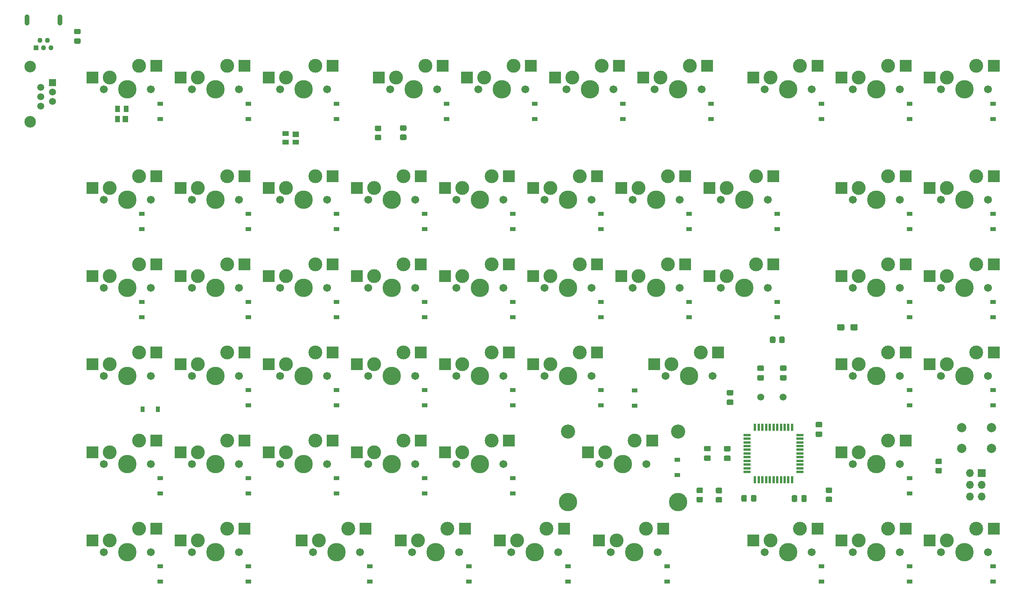
<source format=gbs>
G04 #@! TF.GenerationSoftware,KiCad,Pcbnew,5.1.12-1.fc34*
G04 #@! TF.CreationDate,2021-12-19T18:48:49+02:00*
G04 #@! TF.ProjectId,slash_right,736c6173-685f-4726-9967-68742e6b6963,rev?*
G04 #@! TF.SameCoordinates,Original*
G04 #@! TF.FileFunction,Soldermask,Bot*
G04 #@! TF.FilePolarity,Negative*
%FSLAX46Y46*%
G04 Gerber Fmt 4.6, Leading zero omitted, Abs format (unit mm)*
G04 Created by KiCad (PCBNEW 5.1.12-1.fc34) date 2021-12-19 18:48:49*
%MOMM*%
%LPD*%
G01*
G04 APERTURE LIST*
%ADD10R,2.550000X2.500000*%
%ADD11C,1.701800*%
%ADD12C,3.987800*%
%ADD13C,3.000000*%
%ADD14C,3.048000*%
%ADD15C,1.500000*%
%ADD16R,0.550000X1.500000*%
%ADD17R,1.500000X0.550000*%
%ADD18C,2.000000*%
%ADD19O,1.100000X2.400000*%
%ADD20C,1.100000*%
%ADD21R,1.100000X1.100000*%
%ADD22O,1.700000X1.700000*%
%ADD23R,1.700000X1.700000*%
%ADD24R,1.520000X1.520000*%
%ADD25C,2.500000*%
%ADD26C,1.520000*%
%ADD27R,1.200000X0.900000*%
%ADD28R,0.900000X1.200000*%
%ADD29R,1.400000X1.000000*%
%ADD30R,1.400000X1.200000*%
%ADD31R,1.000000X1.400000*%
%ADD32R,1.200000X1.400000*%
G04 APERTURE END LIST*
D10*
X101593750Y-142722500D03*
D11*
X104073750Y-145262500D03*
X114233750Y-145262500D03*
D12*
X109153750Y-145262500D03*
D13*
X105343750Y-142722500D03*
X111693750Y-140182500D03*
D10*
X115443750Y-140182500D03*
D14*
X159166250Y-119227500D03*
X182966250Y-119227500D03*
D12*
X159166250Y-134467500D03*
X182966250Y-134467500D03*
G36*
G01*
X194675000Y-111400000D02*
X193725000Y-111400000D01*
G75*
G02*
X193475000Y-111150000I0J250000D01*
G01*
X193475000Y-110475000D01*
G75*
G02*
X193725000Y-110225000I250000J0D01*
G01*
X194675000Y-110225000D01*
G75*
G02*
X194925000Y-110475000I0J-250000D01*
G01*
X194925000Y-111150000D01*
G75*
G02*
X194675000Y-111400000I-250000J0D01*
G01*
G37*
G36*
G01*
X194675000Y-113475000D02*
X193725000Y-113475000D01*
G75*
G02*
X193475000Y-113225000I0J250000D01*
G01*
X193475000Y-112550000D01*
G75*
G02*
X193725000Y-112300000I250000J0D01*
G01*
X194675000Y-112300000D01*
G75*
G02*
X194925000Y-112550000I0J-250000D01*
G01*
X194925000Y-113225000D01*
G75*
G02*
X194675000Y-113475000I-250000J0D01*
G01*
G37*
G36*
G01*
X200325000Y-107012500D02*
X201275000Y-107012500D01*
G75*
G02*
X201525000Y-107262500I0J-250000D01*
G01*
X201525000Y-107937500D01*
G75*
G02*
X201275000Y-108187500I-250000J0D01*
G01*
X200325000Y-108187500D01*
G75*
G02*
X200075000Y-107937500I0J250000D01*
G01*
X200075000Y-107262500D01*
G75*
G02*
X200325000Y-107012500I250000J0D01*
G01*
G37*
G36*
G01*
X200325000Y-104937500D02*
X201275000Y-104937500D01*
G75*
G02*
X201525000Y-105187500I0J-250000D01*
G01*
X201525000Y-105862500D01*
G75*
G02*
X201275000Y-106112500I-250000J0D01*
G01*
X200325000Y-106112500D01*
G75*
G02*
X200075000Y-105862500I0J250000D01*
G01*
X200075000Y-105187500D01*
G75*
G02*
X200325000Y-104937500I250000J0D01*
G01*
G37*
D15*
X200800000Y-111750000D03*
X205680000Y-111750000D03*
D16*
X199600000Y-129650000D03*
X200400000Y-129650000D03*
X201200000Y-129650000D03*
X202000000Y-129650000D03*
X202800000Y-129650000D03*
X203600000Y-129650000D03*
X204400000Y-129650000D03*
X205200000Y-129650000D03*
X206000000Y-129650000D03*
X206800000Y-129650000D03*
X207600000Y-129650000D03*
D17*
X209300000Y-127950000D03*
X209300000Y-127150000D03*
X209300000Y-126350000D03*
X209300000Y-125550000D03*
X209300000Y-124750000D03*
X209300000Y-123950000D03*
X209300000Y-123150000D03*
X209300000Y-122350000D03*
X209300000Y-121550000D03*
X209300000Y-120750000D03*
X209300000Y-119950000D03*
D16*
X207600000Y-118250000D03*
X206800000Y-118250000D03*
X206000000Y-118250000D03*
X205200000Y-118250000D03*
X204400000Y-118250000D03*
X203600000Y-118250000D03*
X202800000Y-118250000D03*
X202000000Y-118250000D03*
X201200000Y-118250000D03*
X200400000Y-118250000D03*
X199600000Y-118250000D03*
D17*
X197900000Y-119950000D03*
X197900000Y-120750000D03*
X197900000Y-121550000D03*
X197900000Y-122350000D03*
X197900000Y-123150000D03*
X197900000Y-123950000D03*
X197900000Y-124750000D03*
X197900000Y-125550000D03*
X197900000Y-126350000D03*
X197900000Y-127150000D03*
X197900000Y-127950000D03*
D10*
X237325000Y-142722500D03*
D11*
X239805000Y-145262500D03*
X249965000Y-145262500D03*
D12*
X244885000Y-145262500D03*
D13*
X241075000Y-142722500D03*
X247425000Y-140182500D03*
D10*
X251175000Y-140182500D03*
X237325000Y-104622500D03*
D11*
X239805000Y-107162500D03*
X249965000Y-107162500D03*
D12*
X244885000Y-107162500D03*
D13*
X241075000Y-104622500D03*
X247425000Y-102082500D03*
D10*
X251175000Y-102082500D03*
X237325000Y-85572500D03*
D11*
X239805000Y-88112500D03*
X249965000Y-88112500D03*
D12*
X244885000Y-88112500D03*
D13*
X241075000Y-85572500D03*
X247425000Y-83032500D03*
D10*
X251175000Y-83032500D03*
X237325000Y-66522500D03*
D11*
X239805000Y-69062500D03*
X249965000Y-69062500D03*
D12*
X244885000Y-69062500D03*
D13*
X241075000Y-66522500D03*
X247425000Y-63982500D03*
D10*
X251175000Y-63982500D03*
X237325000Y-42710000D03*
D11*
X239805000Y-45250000D03*
X249965000Y-45250000D03*
D12*
X244885000Y-45250000D03*
D13*
X241075000Y-42710000D03*
X247425000Y-40170000D03*
D10*
X251175000Y-40170000D03*
X218275000Y-142722500D03*
D11*
X220755000Y-145262500D03*
X230915000Y-145262500D03*
D12*
X225835000Y-145262500D03*
D13*
X222025000Y-142722500D03*
X228375000Y-140182500D03*
D10*
X232125000Y-140182500D03*
X218275000Y-123672500D03*
D11*
X220755000Y-126212500D03*
X230915000Y-126212500D03*
D12*
X225835000Y-126212500D03*
D13*
X222025000Y-123672500D03*
X228375000Y-121132500D03*
D10*
X232125000Y-121132500D03*
X218275000Y-104622500D03*
D11*
X220755000Y-107162500D03*
X230915000Y-107162500D03*
D12*
X225835000Y-107162500D03*
D13*
X222025000Y-104622500D03*
X228375000Y-102082500D03*
D10*
X232125000Y-102082500D03*
X218275000Y-85572500D03*
D11*
X220755000Y-88112500D03*
X230915000Y-88112500D03*
D12*
X225835000Y-88112500D03*
D13*
X222025000Y-85572500D03*
X228375000Y-83032500D03*
D10*
X232125000Y-83032500D03*
X218275000Y-66522500D03*
D11*
X220755000Y-69062500D03*
X230915000Y-69062500D03*
D12*
X225835000Y-69062500D03*
D13*
X222025000Y-66522500D03*
X228375000Y-63982500D03*
D10*
X232125000Y-63982500D03*
X218275000Y-42710000D03*
D11*
X220755000Y-45250000D03*
X230915000Y-45250000D03*
D12*
X225835000Y-45250000D03*
D13*
X222025000Y-42710000D03*
X228375000Y-40170000D03*
D10*
X232125000Y-40170000D03*
X199225000Y-142722500D03*
D11*
X201705000Y-145262500D03*
X211865000Y-145262500D03*
D12*
X206785000Y-145262500D03*
D13*
X202975000Y-142722500D03*
X209325000Y-140182500D03*
D10*
X213075000Y-140182500D03*
X177793750Y-104622500D03*
D11*
X180273750Y-107162500D03*
X190433750Y-107162500D03*
D12*
X185353750Y-107162500D03*
D13*
X181543750Y-104622500D03*
X187893750Y-102082500D03*
D10*
X191643750Y-102082500D03*
X189700000Y-85572500D03*
D11*
X192180000Y-88112500D03*
X202340000Y-88112500D03*
D12*
X197260000Y-88112500D03*
D13*
X193450000Y-85572500D03*
X199800000Y-83032500D03*
D10*
X203550000Y-83032500D03*
X189700000Y-66522500D03*
D11*
X192180000Y-69062500D03*
X202340000Y-69062500D03*
D12*
X197260000Y-69062500D03*
D13*
X193450000Y-66522500D03*
X199800000Y-63982500D03*
D10*
X203550000Y-63982500D03*
X199225000Y-42710000D03*
D11*
X201705000Y-45250000D03*
X211865000Y-45250000D03*
D12*
X206785000Y-45250000D03*
D13*
X202975000Y-42710000D03*
X209325000Y-40170000D03*
D10*
X213075000Y-40170000D03*
X165887500Y-142722500D03*
D11*
X168367500Y-145262500D03*
X178527500Y-145262500D03*
D12*
X173447500Y-145262500D03*
D13*
X169637500Y-142722500D03*
X175987500Y-140182500D03*
D10*
X179737500Y-140182500D03*
X163506250Y-123672500D03*
D11*
X165986250Y-126212500D03*
X176146250Y-126212500D03*
D12*
X171066250Y-126212500D03*
D13*
X167256250Y-123672500D03*
X173606250Y-121132500D03*
D10*
X177356250Y-121132500D03*
X151600000Y-104622500D03*
D11*
X154080000Y-107162500D03*
X164240000Y-107162500D03*
D12*
X159160000Y-107162500D03*
D13*
X155350000Y-104622500D03*
X161700000Y-102082500D03*
D10*
X165450000Y-102082500D03*
X170650000Y-85572500D03*
D11*
X173130000Y-88112500D03*
X183290000Y-88112500D03*
D12*
X178210000Y-88112500D03*
D13*
X174400000Y-85572500D03*
X180750000Y-83032500D03*
D10*
X184500000Y-83032500D03*
X170650000Y-66522500D03*
D11*
X173130000Y-69062500D03*
X183290000Y-69062500D03*
D12*
X178210000Y-69062500D03*
D13*
X174400000Y-66522500D03*
X180750000Y-63982500D03*
D10*
X184500000Y-63982500D03*
X175412500Y-42710000D03*
D11*
X177892500Y-45250000D03*
X188052500Y-45250000D03*
D12*
X182972500Y-45250000D03*
D13*
X179162500Y-42710000D03*
X185512500Y-40170000D03*
D10*
X189262500Y-40170000D03*
X144456250Y-142722500D03*
D11*
X146936250Y-145262500D03*
X157096250Y-145262500D03*
D12*
X152016250Y-145262500D03*
D13*
X148206250Y-142722500D03*
X154556250Y-140182500D03*
D10*
X158306250Y-140182500D03*
X132550000Y-123672500D03*
D11*
X135030000Y-126212500D03*
X145190000Y-126212500D03*
D12*
X140110000Y-126212500D03*
D13*
X136300000Y-123672500D03*
X142650000Y-121132500D03*
D10*
X146400000Y-121132500D03*
X132550000Y-104622500D03*
D11*
X135030000Y-107162500D03*
X145190000Y-107162500D03*
D12*
X140110000Y-107162500D03*
D13*
X136300000Y-104622500D03*
X142650000Y-102082500D03*
D10*
X146400000Y-102082500D03*
X151600000Y-85572500D03*
D11*
X154080000Y-88112500D03*
X164240000Y-88112500D03*
D12*
X159160000Y-88112500D03*
D13*
X155350000Y-85572500D03*
X161700000Y-83032500D03*
D10*
X165450000Y-83032500D03*
X151600000Y-66522500D03*
D11*
X154080000Y-69062500D03*
X164240000Y-69062500D03*
D12*
X159160000Y-69062500D03*
D13*
X155350000Y-66522500D03*
X161700000Y-63982500D03*
D10*
X165450000Y-63982500D03*
X156362500Y-42710000D03*
D11*
X158842500Y-45250000D03*
X169002500Y-45250000D03*
D12*
X163922500Y-45250000D03*
D13*
X160112500Y-42710000D03*
X166462500Y-40170000D03*
D10*
X170212500Y-40170000D03*
X123025000Y-142722500D03*
D11*
X125505000Y-145262500D03*
X135665000Y-145262500D03*
D12*
X130585000Y-145262500D03*
D13*
X126775000Y-142722500D03*
X133125000Y-140182500D03*
D10*
X136875000Y-140182500D03*
X113500000Y-123672500D03*
D11*
X115980000Y-126212500D03*
X126140000Y-126212500D03*
D12*
X121060000Y-126212500D03*
D13*
X117250000Y-123672500D03*
X123600000Y-121132500D03*
D10*
X127350000Y-121132500D03*
X113500000Y-104622500D03*
D11*
X115980000Y-107162500D03*
X126140000Y-107162500D03*
D12*
X121060000Y-107162500D03*
D13*
X117250000Y-104622500D03*
X123600000Y-102082500D03*
D10*
X127350000Y-102082500D03*
X132550000Y-85572500D03*
D11*
X135030000Y-88112500D03*
X145190000Y-88112500D03*
D12*
X140110000Y-88112500D03*
D13*
X136300000Y-85572500D03*
X142650000Y-83032500D03*
D10*
X146400000Y-83032500D03*
X132550000Y-66522500D03*
D11*
X135030000Y-69062500D03*
X145190000Y-69062500D03*
D12*
X140110000Y-69062500D03*
D13*
X136300000Y-66522500D03*
X142650000Y-63982500D03*
D10*
X146400000Y-63982500D03*
X137312500Y-42710000D03*
D11*
X139792500Y-45250000D03*
X149952500Y-45250000D03*
D12*
X144872500Y-45250000D03*
D13*
X141062500Y-42710000D03*
X147412500Y-40170000D03*
D10*
X151162500Y-40170000D03*
X94450000Y-123672500D03*
D11*
X96930000Y-126212500D03*
X107090000Y-126212500D03*
D12*
X102010000Y-126212500D03*
D13*
X98200000Y-123672500D03*
X104550000Y-121132500D03*
D10*
X108300000Y-121132500D03*
X94450000Y-104622500D03*
D11*
X96930000Y-107162500D03*
X107090000Y-107162500D03*
D12*
X102010000Y-107162500D03*
D13*
X98200000Y-104622500D03*
X104550000Y-102082500D03*
D10*
X108300000Y-102082500D03*
X113500000Y-85572500D03*
D11*
X115980000Y-88112500D03*
X126140000Y-88112500D03*
D12*
X121060000Y-88112500D03*
D13*
X117250000Y-85572500D03*
X123600000Y-83032500D03*
D10*
X127350000Y-83032500D03*
X113500000Y-66522500D03*
D11*
X115980000Y-69062500D03*
X126140000Y-69062500D03*
D12*
X121060000Y-69062500D03*
D13*
X117250000Y-66522500D03*
X123600000Y-63982500D03*
D10*
X127350000Y-63982500D03*
X118262500Y-42710000D03*
D11*
X120742500Y-45250000D03*
X130902500Y-45250000D03*
D12*
X125822500Y-45250000D03*
D13*
X122012500Y-42710000D03*
X128362500Y-40170000D03*
D10*
X132112500Y-40170000D03*
X75400000Y-142722500D03*
D11*
X77880000Y-145262500D03*
X88040000Y-145262500D03*
D12*
X82960000Y-145262500D03*
D13*
X79150000Y-142722500D03*
X85500000Y-140182500D03*
D10*
X89250000Y-140182500D03*
X75400000Y-123672500D03*
D11*
X77880000Y-126212500D03*
X88040000Y-126212500D03*
D12*
X82960000Y-126212500D03*
D13*
X79150000Y-123672500D03*
X85500000Y-121132500D03*
D10*
X89250000Y-121132500D03*
X75400000Y-104622500D03*
D11*
X77880000Y-107162500D03*
X88040000Y-107162500D03*
D12*
X82960000Y-107162500D03*
D13*
X79150000Y-104622500D03*
X85500000Y-102082500D03*
D10*
X89250000Y-102082500D03*
X94450000Y-85572500D03*
D11*
X96930000Y-88112500D03*
X107090000Y-88112500D03*
D12*
X102010000Y-88112500D03*
D13*
X98200000Y-85572500D03*
X104550000Y-83032500D03*
D10*
X108300000Y-83032500D03*
X94450000Y-66522500D03*
D11*
X96930000Y-69062500D03*
X107090000Y-69062500D03*
D12*
X102010000Y-69062500D03*
D13*
X98200000Y-66522500D03*
X104550000Y-63982500D03*
D10*
X108300000Y-63982500D03*
X94450000Y-42710000D03*
D11*
X96930000Y-45250000D03*
X107090000Y-45250000D03*
D12*
X102010000Y-45250000D03*
D13*
X98200000Y-42710000D03*
X104550000Y-40170000D03*
D10*
X108300000Y-40170000D03*
X56350000Y-142722500D03*
D11*
X58830000Y-145262500D03*
X68990000Y-145262500D03*
D12*
X63910000Y-145262500D03*
D13*
X60100000Y-142722500D03*
X66450000Y-140182500D03*
D10*
X70200000Y-140182500D03*
X56350000Y-123672500D03*
D11*
X58830000Y-126212500D03*
X68990000Y-126212500D03*
D12*
X63910000Y-126212500D03*
D13*
X60100000Y-123672500D03*
X66450000Y-121132500D03*
D10*
X70200000Y-121132500D03*
X56350000Y-104622500D03*
D11*
X58830000Y-107162500D03*
X68990000Y-107162500D03*
D12*
X63910000Y-107162500D03*
D13*
X60100000Y-104622500D03*
X66450000Y-102082500D03*
D10*
X70200000Y-102082500D03*
X75400000Y-85572500D03*
D11*
X77880000Y-88112500D03*
X88040000Y-88112500D03*
D12*
X82960000Y-88112500D03*
D13*
X79150000Y-85572500D03*
X85500000Y-83032500D03*
D10*
X89250000Y-83032500D03*
X75400000Y-66522500D03*
D11*
X77880000Y-69062500D03*
X88040000Y-69062500D03*
D12*
X82960000Y-69062500D03*
D13*
X79150000Y-66522500D03*
X85500000Y-63982500D03*
D10*
X89250000Y-63982500D03*
X75400000Y-42710000D03*
D11*
X77880000Y-45250000D03*
X88040000Y-45250000D03*
D12*
X82960000Y-45250000D03*
D13*
X79150000Y-42710000D03*
X85500000Y-40170000D03*
D10*
X89250000Y-40170000D03*
X56350000Y-85572500D03*
D11*
X58830000Y-88112500D03*
X68990000Y-88112500D03*
D12*
X63910000Y-88112500D03*
D13*
X60100000Y-85572500D03*
X66450000Y-83032500D03*
D10*
X70200000Y-83032500D03*
X56350000Y-66522500D03*
D11*
X58830000Y-69062500D03*
X68990000Y-69062500D03*
D12*
X63910000Y-69062500D03*
D13*
X60100000Y-66522500D03*
X66450000Y-63982500D03*
D10*
X70200000Y-63982500D03*
X56350000Y-42710000D03*
D11*
X58830000Y-45250000D03*
X68990000Y-45250000D03*
D12*
X63910000Y-45250000D03*
D13*
X60100000Y-42710000D03*
X66450000Y-40170000D03*
D10*
X70200000Y-40170000D03*
D18*
X244230000Y-118400000D03*
X244230000Y-122900000D03*
X250730000Y-118400000D03*
X250730000Y-122900000D03*
G36*
G01*
X117669999Y-55060000D02*
X118570001Y-55060000D01*
G75*
G02*
X118820000Y-55309999I0J-249999D01*
G01*
X118820000Y-56010001D01*
G75*
G02*
X118570001Y-56260000I-249999J0D01*
G01*
X117669999Y-56260000D01*
G75*
G02*
X117420000Y-56010001I0J249999D01*
G01*
X117420000Y-55309999D01*
G75*
G02*
X117669999Y-55060000I249999J0D01*
G01*
G37*
G36*
G01*
X117669999Y-53060000D02*
X118570001Y-53060000D01*
G75*
G02*
X118820000Y-53309999I0J-249999D01*
G01*
X118820000Y-54010001D01*
G75*
G02*
X118570001Y-54260000I-249999J0D01*
G01*
X117669999Y-54260000D01*
G75*
G02*
X117420000Y-54010001I0J249999D01*
G01*
X117420000Y-53309999D01*
G75*
G02*
X117669999Y-53060000I249999J0D01*
G01*
G37*
G36*
G01*
X123109999Y-55000000D02*
X124010001Y-55000000D01*
G75*
G02*
X124260000Y-55249999I0J-249999D01*
G01*
X124260000Y-55950001D01*
G75*
G02*
X124010001Y-56200000I-249999J0D01*
G01*
X123109999Y-56200000D01*
G75*
G02*
X122860000Y-55950001I0J249999D01*
G01*
X122860000Y-55249999D01*
G75*
G02*
X123109999Y-55000000I249999J0D01*
G01*
G37*
G36*
G01*
X123109999Y-53000000D02*
X124010001Y-53000000D01*
G75*
G02*
X124260000Y-53249999I0J-249999D01*
G01*
X124260000Y-53950001D01*
G75*
G02*
X124010001Y-54200000I-249999J0D01*
G01*
X123109999Y-54200000D01*
G75*
G02*
X122860000Y-53950001I0J249999D01*
G01*
X122860000Y-53249999D01*
G75*
G02*
X123109999Y-53000000I249999J0D01*
G01*
G37*
G36*
G01*
X204820000Y-99830001D02*
X204820000Y-98929999D01*
G75*
G02*
X205069999Y-98680000I249999J0D01*
G01*
X205770001Y-98680000D01*
G75*
G02*
X206020000Y-98929999I0J-249999D01*
G01*
X206020000Y-99830001D01*
G75*
G02*
X205770001Y-100080000I-249999J0D01*
G01*
X205069999Y-100080000D01*
G75*
G02*
X204820000Y-99830001I0J249999D01*
G01*
G37*
G36*
G01*
X202820000Y-99830001D02*
X202820000Y-98929999D01*
G75*
G02*
X203069999Y-98680000I249999J0D01*
G01*
X203770001Y-98680000D01*
G75*
G02*
X204020000Y-98929999I0J-249999D01*
G01*
X204020000Y-99830001D01*
G75*
G02*
X203770001Y-100080000I-249999J0D01*
G01*
X203069999Y-100080000D01*
G75*
G02*
X202820000Y-99830001I0J249999D01*
G01*
G37*
G36*
G01*
X216020001Y-132490000D02*
X215119999Y-132490000D01*
G75*
G02*
X214870000Y-132240001I0J249999D01*
G01*
X214870000Y-131539999D01*
G75*
G02*
X215119999Y-131290000I249999J0D01*
G01*
X216020001Y-131290000D01*
G75*
G02*
X216270000Y-131539999I0J-249999D01*
G01*
X216270000Y-132240001D01*
G75*
G02*
X216020001Y-132490000I-249999J0D01*
G01*
G37*
G36*
G01*
X216020001Y-134490000D02*
X215119999Y-134490000D01*
G75*
G02*
X214870000Y-134240001I0J249999D01*
G01*
X214870000Y-133539999D01*
G75*
G02*
X215119999Y-133290000I249999J0D01*
G01*
X216020001Y-133290000D01*
G75*
G02*
X216270000Y-133539999I0J-249999D01*
G01*
X216270000Y-134240001D01*
G75*
G02*
X216020001Y-134490000I-249999J0D01*
G01*
G37*
G36*
G01*
X191339999Y-133360000D02*
X192240001Y-133360000D01*
G75*
G02*
X192490000Y-133609999I0J-249999D01*
G01*
X192490000Y-134310001D01*
G75*
G02*
X192240001Y-134560000I-249999J0D01*
G01*
X191339999Y-134560000D01*
G75*
G02*
X191090000Y-134310001I0J249999D01*
G01*
X191090000Y-133609999D01*
G75*
G02*
X191339999Y-133360000I249999J0D01*
G01*
G37*
G36*
G01*
X191339999Y-131360000D02*
X192240001Y-131360000D01*
G75*
G02*
X192490000Y-131609999I0J-249999D01*
G01*
X192490000Y-132310001D01*
G75*
G02*
X192240001Y-132560000I-249999J0D01*
G01*
X191339999Y-132560000D01*
G75*
G02*
X191090000Y-132310001I0J249999D01*
G01*
X191090000Y-131609999D01*
G75*
G02*
X191339999Y-131360000I249999J0D01*
G01*
G37*
G36*
G01*
X187189999Y-133330000D02*
X188090001Y-133330000D01*
G75*
G02*
X188340000Y-133579999I0J-249999D01*
G01*
X188340000Y-134280001D01*
G75*
G02*
X188090001Y-134530000I-249999J0D01*
G01*
X187189999Y-134530000D01*
G75*
G02*
X186940000Y-134280001I0J249999D01*
G01*
X186940000Y-133579999D01*
G75*
G02*
X187189999Y-133330000I249999J0D01*
G01*
G37*
G36*
G01*
X187189999Y-131330000D02*
X188090001Y-131330000D01*
G75*
G02*
X188340000Y-131579999I0J-249999D01*
G01*
X188340000Y-132280001D01*
G75*
G02*
X188090001Y-132530000I-249999J0D01*
G01*
X187189999Y-132530000D01*
G75*
G02*
X186940000Y-132280001I0J249999D01*
G01*
X186940000Y-131579999D01*
G75*
G02*
X187189999Y-131330000I249999J0D01*
G01*
G37*
G36*
G01*
X239740001Y-126260000D02*
X238839999Y-126260000D01*
G75*
G02*
X238590000Y-126010001I0J249999D01*
G01*
X238590000Y-125309999D01*
G75*
G02*
X238839999Y-125060000I249999J0D01*
G01*
X239740001Y-125060000D01*
G75*
G02*
X239990000Y-125309999I0J-249999D01*
G01*
X239990000Y-126010001D01*
G75*
G02*
X239740001Y-126260000I-249999J0D01*
G01*
G37*
G36*
G01*
X239740001Y-128260000D02*
X238839999Y-128260000D01*
G75*
G02*
X238590000Y-128010001I0J249999D01*
G01*
X238590000Y-127309999D01*
G75*
G02*
X238839999Y-127060000I249999J0D01*
G01*
X239740001Y-127060000D01*
G75*
G02*
X239990000Y-127309999I0J-249999D01*
G01*
X239990000Y-128010001D01*
G75*
G02*
X239740001Y-128260000I-249999J0D01*
G01*
G37*
D19*
X49390000Y-30210000D03*
X42290000Y-30210000D03*
D20*
X47440000Y-36210000D03*
X46640000Y-34610000D03*
X45840000Y-36210000D03*
X45040000Y-34610000D03*
D21*
X44240000Y-36210000D03*
D22*
X246050000Y-133280000D03*
X248590000Y-133280000D03*
X246050000Y-130740000D03*
X248590000Y-130740000D03*
X246050000Y-128200000D03*
D23*
X248590000Y-128200000D03*
D24*
X47770000Y-43740000D03*
D25*
X42930000Y-40290000D03*
D26*
X45230000Y-44760000D03*
X47770000Y-45780000D03*
X45230000Y-46800000D03*
X47770000Y-47820000D03*
X45230000Y-48840000D03*
D25*
X42930000Y-52290000D03*
G36*
G01*
X53580001Y-33310000D02*
X52679999Y-33310000D01*
G75*
G02*
X52430000Y-33060001I0J249999D01*
G01*
X52430000Y-32409999D01*
G75*
G02*
X52679999Y-32160000I249999J0D01*
G01*
X53580001Y-32160000D01*
G75*
G02*
X53830000Y-32409999I0J-249999D01*
G01*
X53830000Y-33060001D01*
G75*
G02*
X53580001Y-33310000I-249999J0D01*
G01*
G37*
G36*
G01*
X53580001Y-35360000D02*
X52679999Y-35360000D01*
G75*
G02*
X52430000Y-35110001I0J249999D01*
G01*
X52430000Y-34459999D01*
G75*
G02*
X52679999Y-34210000I249999J0D01*
G01*
X53580001Y-34210000D01*
G75*
G02*
X53830000Y-34459999I0J-249999D01*
G01*
X53830000Y-35110001D01*
G75*
G02*
X53580001Y-35360000I-249999J0D01*
G01*
G37*
D27*
X251028750Y-148375000D03*
X251028750Y-151675000D03*
X251028750Y-110275000D03*
X251028750Y-113575000D03*
X251028750Y-91225000D03*
X251028750Y-94525000D03*
X251028750Y-72175000D03*
X251028750Y-75475000D03*
X251028750Y-48362500D03*
X251028750Y-51662500D03*
X232978750Y-148375000D03*
X232978750Y-151675000D03*
X232978750Y-129325000D03*
X232978750Y-132625000D03*
X232978750Y-110275000D03*
X232978750Y-113575000D03*
X232978750Y-91225000D03*
X232978750Y-94525000D03*
X232978750Y-72175000D03*
X232978750Y-75475000D03*
X232978750Y-48362500D03*
X232978750Y-51662500D03*
X213928750Y-148375000D03*
X213928750Y-151675000D03*
X173580000Y-110340000D03*
X173580000Y-113640000D03*
X204403750Y-91225000D03*
X204403750Y-94525000D03*
X204403750Y-72175000D03*
X204403750Y-75475000D03*
X213928750Y-48362500D03*
X213928750Y-51662500D03*
X180591250Y-148375000D03*
X180591250Y-151675000D03*
X182760000Y-125340000D03*
X182760000Y-128640000D03*
X166303750Y-110275000D03*
X166303750Y-113575000D03*
X185353750Y-91225000D03*
X185353750Y-94525000D03*
X185353750Y-72175000D03*
X185353750Y-75475000D03*
X190116250Y-48362500D03*
X190116250Y-51662500D03*
X159160000Y-148375000D03*
X159160000Y-151675000D03*
X147253750Y-129325000D03*
X147253750Y-132625000D03*
X147253750Y-110275000D03*
X147253750Y-113575000D03*
X166303750Y-91225000D03*
X166303750Y-94525000D03*
X166303750Y-72175000D03*
X166303750Y-75475000D03*
X171066250Y-48362500D03*
X171066250Y-51662500D03*
X137728750Y-148375000D03*
X137728750Y-151675000D03*
X128203750Y-129325000D03*
X128203750Y-132625000D03*
X128203750Y-110275000D03*
X128203750Y-113575000D03*
X147253750Y-91225000D03*
X147253750Y-94525000D03*
X147253750Y-72175000D03*
X147253750Y-75475000D03*
X152016250Y-48362500D03*
X152016250Y-51662500D03*
X116297500Y-148375000D03*
X116297500Y-151675000D03*
X109153750Y-129325000D03*
X109153750Y-132625000D03*
X109153750Y-110275000D03*
X109153750Y-113575000D03*
X128203750Y-91225000D03*
X128203750Y-94525000D03*
X128203750Y-72175000D03*
X128203750Y-75475000D03*
X132966250Y-48362500D03*
X132966250Y-51662500D03*
X90103750Y-148375000D03*
X90103750Y-151675000D03*
X90103750Y-129325000D03*
X90103750Y-132625000D03*
X90103750Y-110275000D03*
X90103750Y-113575000D03*
X109153750Y-91225000D03*
X109153750Y-94525000D03*
X109153750Y-72175000D03*
X109153750Y-75475000D03*
X109153750Y-48362500D03*
X109153750Y-51662500D03*
X71053750Y-148375000D03*
X71053750Y-151675000D03*
X71053750Y-129325000D03*
X71053750Y-132625000D03*
D28*
X70490000Y-114400000D03*
X67190000Y-114400000D03*
D27*
X90103750Y-91225000D03*
X90103750Y-94525000D03*
X90103750Y-72175000D03*
X90103750Y-75475000D03*
X90103750Y-48362500D03*
X90103750Y-51662500D03*
X67053750Y-91225000D03*
X67053750Y-94525000D03*
X67053750Y-72175000D03*
X67053750Y-75475000D03*
X71053750Y-48362500D03*
X71053750Y-51662500D03*
D29*
X98170000Y-54760000D03*
X98170000Y-56660000D03*
X100370000Y-56660000D03*
D30*
X100370000Y-54940000D03*
D31*
X63670000Y-49450000D03*
X61770000Y-49450000D03*
X61770000Y-51650000D03*
D32*
X63490000Y-51650000D03*
G36*
G01*
X193125000Y-124412500D02*
X194075000Y-124412500D01*
G75*
G02*
X194325000Y-124662500I0J-250000D01*
G01*
X194325000Y-125337500D01*
G75*
G02*
X194075000Y-125587500I-250000J0D01*
G01*
X193125000Y-125587500D01*
G75*
G02*
X192875000Y-125337500I0J250000D01*
G01*
X192875000Y-124662500D01*
G75*
G02*
X193125000Y-124412500I250000J0D01*
G01*
G37*
G36*
G01*
X193125000Y-122337500D02*
X194075000Y-122337500D01*
G75*
G02*
X194325000Y-122587500I0J-250000D01*
G01*
X194325000Y-123262500D01*
G75*
G02*
X194075000Y-123512500I-250000J0D01*
G01*
X193125000Y-123512500D01*
G75*
G02*
X192875000Y-123262500I0J250000D01*
G01*
X192875000Y-122587500D01*
G75*
G02*
X193125000Y-122337500I250000J0D01*
G01*
G37*
G36*
G01*
X208700000Y-133225000D02*
X208700000Y-134175000D01*
G75*
G02*
X208450000Y-134425000I-250000J0D01*
G01*
X207775000Y-134425000D01*
G75*
G02*
X207525000Y-134175000I0J250000D01*
G01*
X207525000Y-133225000D01*
G75*
G02*
X207775000Y-132975000I250000J0D01*
G01*
X208450000Y-132975000D01*
G75*
G02*
X208700000Y-133225000I0J-250000D01*
G01*
G37*
G36*
G01*
X210775000Y-133225000D02*
X210775000Y-134175000D01*
G75*
G02*
X210525000Y-134425000I-250000J0D01*
G01*
X209850000Y-134425000D01*
G75*
G02*
X209600000Y-134175000I0J250000D01*
G01*
X209600000Y-133225000D01*
G75*
G02*
X209850000Y-132975000I250000J0D01*
G01*
X210525000Y-132975000D01*
G75*
G02*
X210775000Y-133225000I0J-250000D01*
G01*
G37*
G36*
G01*
X213875000Y-118300000D02*
X212925000Y-118300000D01*
G75*
G02*
X212675000Y-118050000I0J250000D01*
G01*
X212675000Y-117375000D01*
G75*
G02*
X212925000Y-117125000I250000J0D01*
G01*
X213875000Y-117125000D01*
G75*
G02*
X214125000Y-117375000I0J-250000D01*
G01*
X214125000Y-118050000D01*
G75*
G02*
X213875000Y-118300000I-250000J0D01*
G01*
G37*
G36*
G01*
X213875000Y-120375000D02*
X212925000Y-120375000D01*
G75*
G02*
X212675000Y-120125000I0J250000D01*
G01*
X212675000Y-119450000D01*
G75*
G02*
X212925000Y-119200000I250000J0D01*
G01*
X213875000Y-119200000D01*
G75*
G02*
X214125000Y-119450000I0J-250000D01*
G01*
X214125000Y-120125000D01*
G75*
G02*
X213875000Y-120375000I-250000J0D01*
G01*
G37*
G36*
G01*
X198712500Y-134125000D02*
X198712500Y-133175000D01*
G75*
G02*
X198962500Y-132925000I250000J0D01*
G01*
X199637500Y-132925000D01*
G75*
G02*
X199887500Y-133175000I0J-250000D01*
G01*
X199887500Y-134125000D01*
G75*
G02*
X199637500Y-134375000I-250000J0D01*
G01*
X198962500Y-134375000D01*
G75*
G02*
X198712500Y-134125000I0J250000D01*
G01*
G37*
G36*
G01*
X196637500Y-134125000D02*
X196637500Y-133175000D01*
G75*
G02*
X196887500Y-132925000I250000J0D01*
G01*
X197562500Y-132925000D01*
G75*
G02*
X197812500Y-133175000I0J-250000D01*
G01*
X197812500Y-134125000D01*
G75*
G02*
X197562500Y-134375000I-250000J0D01*
G01*
X196887500Y-134375000D01*
G75*
G02*
X196637500Y-134125000I0J250000D01*
G01*
G37*
G36*
G01*
X188825000Y-124387500D02*
X189775000Y-124387500D01*
G75*
G02*
X190025000Y-124637500I0J-250000D01*
G01*
X190025000Y-125312500D01*
G75*
G02*
X189775000Y-125562500I-250000J0D01*
G01*
X188825000Y-125562500D01*
G75*
G02*
X188575000Y-125312500I0J250000D01*
G01*
X188575000Y-124637500D01*
G75*
G02*
X188825000Y-124387500I250000J0D01*
G01*
G37*
G36*
G01*
X188825000Y-122312500D02*
X189775000Y-122312500D01*
G75*
G02*
X190025000Y-122562500I0J-250000D01*
G01*
X190025000Y-123237500D01*
G75*
G02*
X189775000Y-123487500I-250000J0D01*
G01*
X188825000Y-123487500D01*
G75*
G02*
X188575000Y-123237500I0J250000D01*
G01*
X188575000Y-122562500D01*
G75*
G02*
X188825000Y-122312500I250000J0D01*
G01*
G37*
G36*
G01*
X206175000Y-106100000D02*
X205225000Y-106100000D01*
G75*
G02*
X204975000Y-105850000I0J250000D01*
G01*
X204975000Y-105175000D01*
G75*
G02*
X205225000Y-104925000I250000J0D01*
G01*
X206175000Y-104925000D01*
G75*
G02*
X206425000Y-105175000I0J-250000D01*
G01*
X206425000Y-105850000D01*
G75*
G02*
X206175000Y-106100000I-250000J0D01*
G01*
G37*
G36*
G01*
X206175000Y-108175000D02*
X205225000Y-108175000D01*
G75*
G02*
X204975000Y-107925000I0J250000D01*
G01*
X204975000Y-107250000D01*
G75*
G02*
X205225000Y-107000000I250000J0D01*
G01*
X206175000Y-107000000D01*
G75*
G02*
X206425000Y-107250000I0J-250000D01*
G01*
X206425000Y-107925000D01*
G75*
G02*
X206175000Y-108175000I-250000J0D01*
G01*
G37*
G36*
G01*
X220210000Y-97085001D02*
X220210000Y-96234999D01*
G75*
G02*
X220459999Y-95985000I249999J0D01*
G01*
X221535001Y-95985000D01*
G75*
G02*
X221785000Y-96234999I0J-249999D01*
G01*
X221785000Y-97085001D01*
G75*
G02*
X221535001Y-97335000I-249999J0D01*
G01*
X220459999Y-97335000D01*
G75*
G02*
X220210000Y-97085001I0J249999D01*
G01*
G37*
G36*
G01*
X217335000Y-97085001D02*
X217335000Y-96234999D01*
G75*
G02*
X217584999Y-95985000I249999J0D01*
G01*
X218660001Y-95985000D01*
G75*
G02*
X218910000Y-96234999I0J-249999D01*
G01*
X218910000Y-97085001D01*
G75*
G02*
X218660001Y-97335000I-249999J0D01*
G01*
X217584999Y-97335000D01*
G75*
G02*
X217335000Y-97085001I0J249999D01*
G01*
G37*
M02*

</source>
